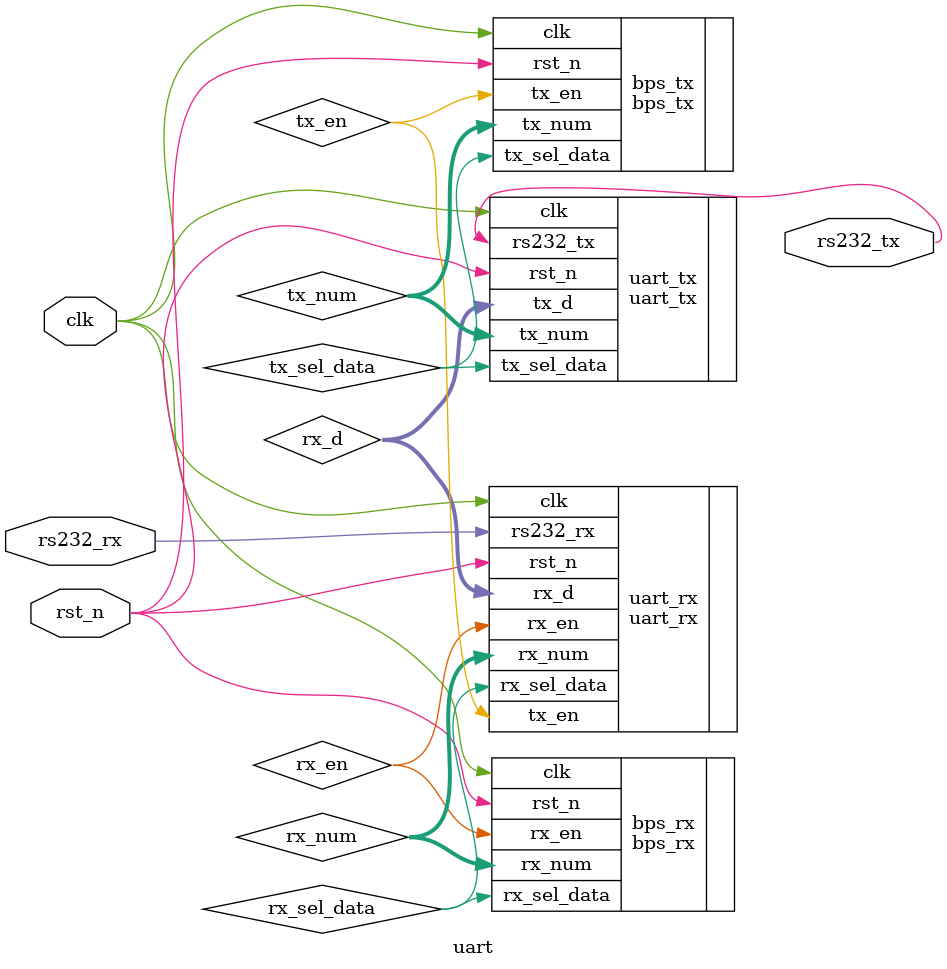
<source format=v>
module uart (clk, rst_n, rs232_rx, rs232_tx);

	input clk, rst_n;
	input rs232_rx;
	
	output rs232_tx;
	
	wire rx_en, tx_en;
	wire rx_sel_data, tx_sel_data;
	wire [3:0] rx_num, tx_num;
	wire [7:0] rx_d;

	bps_rx bps_rx 
		(
			.clk(clk), 
			.rst_n(rst_n), 
			.rx_en(rx_en), 
			.rx_sel_data(rx_sel_data), 
			.rx_num(rx_num)
		);
	
	uart_rx uart_rx 
		(
			.clk(clk), 
			.rst_n(rst_n), 
			.rs232_rx(rs232_rx), 
			.rx_sel_data(rx_sel_data), 
			.rx_num(rx_num), 
			.rx_en(rx_en), 
			.tx_en(tx_en), 
			.rx_d(rx_d)
		);

	bps_tx bps_tx 
		(
			.clk(clk), 
			.rst_n(rst_n), 
			.tx_en(tx_en), 
			.tx_sel_data(tx_sel_data), 
			.tx_num(tx_num)
		);
	
	uart_tx uart_tx 
		(
			.clk(clk), 
			.rst_n(rst_n), 
			.tx_sel_data(tx_sel_data), 
			.tx_num(tx_num), 
			.tx_d(rx_d),
			.rs232_tx(rs232_tx) 
		);

		

endmodule

</source>
